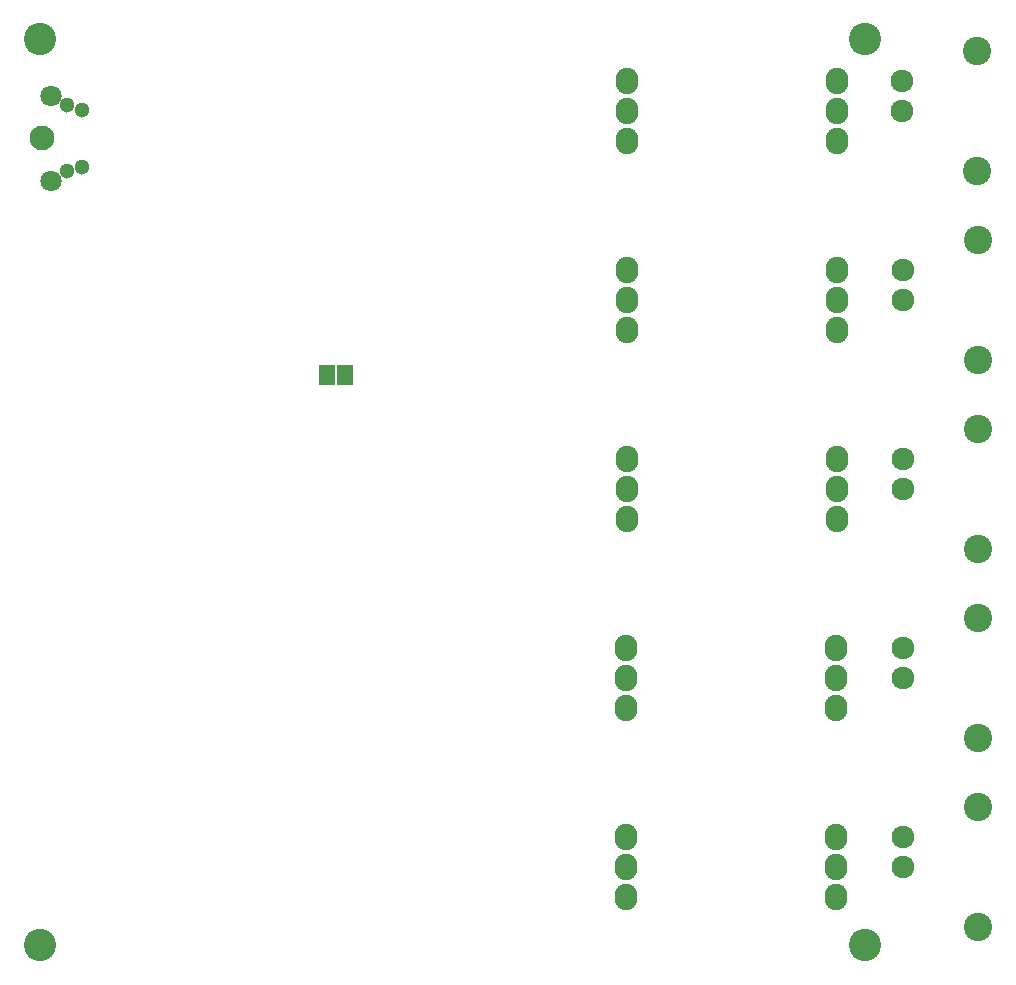
<source format=gbr>
G04 #@! TF.GenerationSoftware,KiCad,Pcbnew,5.0.0-fee4fd1~65~ubuntu16.04.1*
G04 #@! TF.CreationDate,2018-07-30T15:47:17-07:00*
G04 #@! TF.ProjectId,fk-atlas,666B2D61746C61732E6B696361645F70,rev?*
G04 #@! TF.SameCoordinates,Original*
G04 #@! TF.FileFunction,Soldermask,Bot*
G04 #@! TF.FilePolarity,Negative*
%FSLAX46Y46*%
G04 Gerber Fmt 4.6, Leading zero omitted, Abs format (unit mm)*
G04 Created by KiCad (PCBNEW 5.0.0-fee4fd1~65~ubuntu16.04.1) date Mon Jul 30 15:47:17 2018*
%MOMM*%
%LPD*%
G01*
G04 APERTURE LIST*
%ADD10R,1.368400X1.800200*%
%ADD11C,2.100000*%
%ADD12C,1.800000*%
%ADD13C,1.300000*%
%ADD14O,1.927200X2.232000*%
%ADD15C,1.927200*%
%ADD16C,2.400000*%
%ADD17C,2.740000*%
G04 APERTURE END LIST*
D10*
G04 #@! TO.C,J3*
X143281400Y-87579200D03*
X141757400Y-87579200D03*
G04 #@! TD*
D11*
G04 #@! TO.C,J2*
X117607000Y-67564000D03*
D12*
X118382000Y-71189000D03*
X118382000Y-63939000D03*
D13*
X121032000Y-69989000D03*
X121032000Y-65139000D03*
X119707000Y-64764000D03*
X119707000Y-70364000D03*
G04 #@! TD*
D14*
G04 #@! TO.C,U202*
X167100720Y-62703988D03*
X167100720Y-65243988D03*
X167100720Y-67783988D03*
X184880720Y-62703988D03*
X184880720Y-65243988D03*
X184880720Y-67783988D03*
G04 #@! TD*
G04 #@! TO.C,U302*
X167100720Y-78719988D03*
X167100720Y-81259988D03*
X167100720Y-83799988D03*
X184880720Y-78719988D03*
X184880720Y-81259988D03*
X184880720Y-83799988D03*
G04 #@! TD*
G04 #@! TO.C,U402*
X167100720Y-94749988D03*
X167100720Y-97289988D03*
X167100720Y-99829988D03*
X184880720Y-94749988D03*
X184880720Y-97289988D03*
X184880720Y-99829988D03*
G04 #@! TD*
G04 #@! TO.C,U502*
X167095120Y-110736488D03*
X167095120Y-113276488D03*
X167095120Y-115816488D03*
X184875120Y-110736488D03*
X184875120Y-113276488D03*
X184875120Y-115816488D03*
G04 #@! TD*
G04 #@! TO.C,U602*
X167095120Y-126753988D03*
X167095120Y-129293988D03*
X167095120Y-131833988D03*
X184875120Y-126753988D03*
X184875120Y-129293988D03*
X184875120Y-131833988D03*
G04 #@! TD*
D15*
G04 #@! TO.C,J601*
X190484000Y-126746000D03*
X190484000Y-129286000D03*
D16*
X196834000Y-124206000D03*
X196834000Y-134366000D03*
G04 #@! TD*
D15*
G04 #@! TO.C,J501*
X190484000Y-110744000D03*
X190484000Y-113284000D03*
D16*
X196834000Y-108204000D03*
X196834000Y-118364000D03*
G04 #@! TD*
D15*
G04 #@! TO.C,J301*
X190484000Y-78740000D03*
X190484000Y-81280000D03*
D16*
X196834000Y-76200000D03*
X196834000Y-86360000D03*
G04 #@! TD*
D15*
G04 #@! TO.C,J401*
X190484000Y-94738000D03*
X190484000Y-97278000D03*
D16*
X196834000Y-92198000D03*
X196834000Y-102358000D03*
G04 #@! TD*
D15*
G04 #@! TO.C,J201*
X190420500Y-62738000D03*
X190420500Y-65278000D03*
D16*
X196770500Y-60198000D03*
X196770500Y-70358000D03*
G04 #@! TD*
D17*
G04 #@! TO.C,M1*
X117475000Y-135890000D03*
G04 #@! TD*
G04 #@! TO.C,M2*
X117475000Y-59182000D03*
G04 #@! TD*
G04 #@! TO.C,M3*
X187325000Y-135890000D03*
G04 #@! TD*
G04 #@! TO.C,M4*
X187325000Y-59182000D03*
G04 #@! TD*
M02*

</source>
